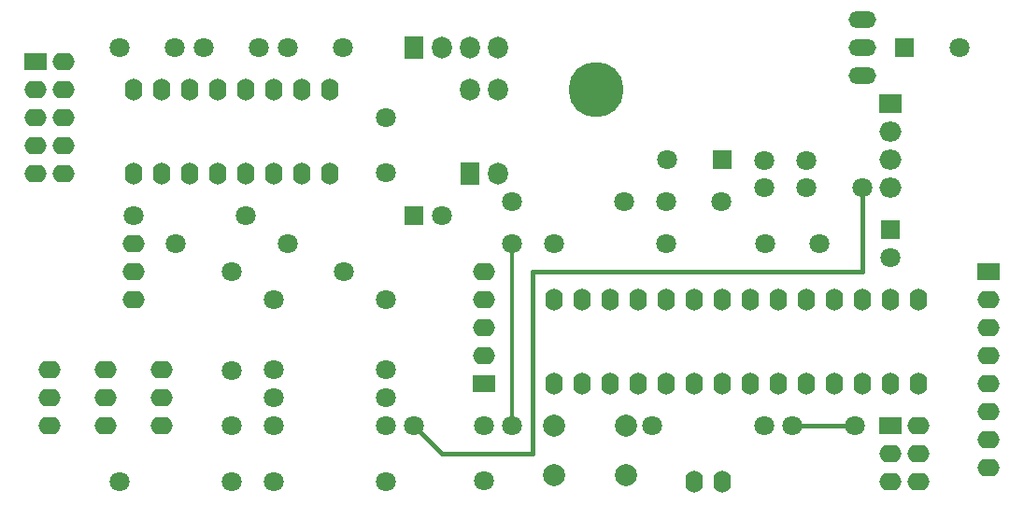
<source format=gbr>
G04 #@! TF.FileFunction,Copper,L1,Top,Signal*
%FSLAX46Y46*%
G04 Gerber Fmt 4.6, Leading zero omitted, Abs format (unit mm)*
G04 Created by KiCad (PCBNEW 4.0.2-stable) date 04.05.2016 19:31:06*
%MOMM*%
G01*
G04 APERTURE LIST*
%ADD10C,0.100000*%
%ADD11R,2.000000X1.600000*%
%ADD12O,2.000000X1.600000*%
%ADD13C,1.800000*%
%ADD14R,1.800000X1.800000*%
%ADD15O,1.600000X2.000000*%
%ADD16O,2.499360X1.501140*%
%ADD17R,1.800000X2.000000*%
%ADD18O,1.800000X2.000000*%
%ADD19C,5.000000*%
%ADD20R,2.000000X1.800000*%
%ADD21O,2.000000X1.800000*%
%ADD22C,2.000000*%
%ADD23C,0.400000*%
%ADD24C,0.300000*%
G04 APERTURE END LIST*
D10*
D11*
X152400000Y-53340000D03*
D12*
X152400000Y-55880000D03*
X152400000Y-58420000D03*
X152400000Y-60960000D03*
X152400000Y-63500000D03*
X152400000Y-66040000D03*
X152400000Y-68580000D03*
X152400000Y-71120000D03*
D13*
X78740000Y-50800000D03*
X88900000Y-50800000D03*
X109220000Y-50800000D03*
X132080000Y-67310000D03*
X121920000Y-67310000D03*
D14*
X143510000Y-49530000D03*
D13*
X143510000Y-52030000D03*
D14*
X100330000Y-48260000D03*
D13*
X102870000Y-48260000D03*
X134620000Y-67310000D03*
X140970000Y-45720000D03*
X100330000Y-67310000D03*
X140335000Y-67310000D03*
X137060940Y-50800000D03*
X132179060Y-50800000D03*
D15*
X113030000Y-63500000D03*
X115570000Y-63500000D03*
X118110000Y-63500000D03*
X120650000Y-63500000D03*
X123190000Y-63500000D03*
X125730000Y-63500000D03*
X128270000Y-63500000D03*
X130810000Y-63500000D03*
X133350000Y-63500000D03*
X135890000Y-63500000D03*
X138430000Y-63500000D03*
X140970000Y-63500000D03*
X143510000Y-63500000D03*
X146050000Y-63500000D03*
X146050000Y-55880000D03*
X143510000Y-55880000D03*
X140970000Y-55880000D03*
X138430000Y-55880000D03*
X135890000Y-55880000D03*
X133350000Y-55880000D03*
X130810000Y-55880000D03*
X128270000Y-55880000D03*
X125730000Y-55880000D03*
X123190000Y-55880000D03*
X120650000Y-55880000D03*
X118110000Y-55880000D03*
X115570000Y-55880000D03*
X113030000Y-55880000D03*
D16*
X140970000Y-33020000D03*
X140970000Y-35560000D03*
X140970000Y-30480000D03*
D13*
X135890000Y-45720000D03*
X135890000Y-43220000D03*
D14*
X128270000Y-43180000D03*
D13*
X123270000Y-43180000D03*
D14*
X144780000Y-33020000D03*
D13*
X149780000Y-33020000D03*
X132080000Y-45720000D03*
X132080000Y-43220000D03*
X88900000Y-33020000D03*
X93900000Y-33020000D03*
X81280000Y-33020000D03*
X86280000Y-33020000D03*
X106680000Y-67310000D03*
X106680000Y-72310000D03*
X83820000Y-67310000D03*
X83820000Y-62310000D03*
X97790000Y-39370000D03*
X97790000Y-44370000D03*
X73660000Y-33020000D03*
X78660000Y-33020000D03*
X109220000Y-46990000D03*
X119380000Y-46990000D03*
X83820000Y-53340000D03*
X93980000Y-53340000D03*
X87630000Y-55880000D03*
X97790000Y-55880000D03*
X97790000Y-62230000D03*
X87630000Y-62230000D03*
X87630000Y-72390000D03*
X97790000Y-72390000D03*
X73660000Y-72390000D03*
X83820000Y-72390000D03*
X87630000Y-64770000D03*
X97790000Y-64770000D03*
X97790000Y-67310000D03*
X87630000Y-67310000D03*
D17*
X105410000Y-44450000D03*
D18*
X107950000Y-44450000D03*
X107950000Y-36830000D03*
X105410000Y-36830000D03*
D15*
X92710000Y-36830000D03*
X90170000Y-36830000D03*
X87630000Y-36830000D03*
X85090000Y-36830000D03*
X82550000Y-36830000D03*
X80010000Y-36830000D03*
X77470000Y-36830000D03*
X74930000Y-36830000D03*
X74930000Y-44450000D03*
X77470000Y-44450000D03*
X80010000Y-44450000D03*
X82550000Y-44450000D03*
X85090000Y-44450000D03*
X87630000Y-44450000D03*
X90170000Y-44450000D03*
X92710000Y-44450000D03*
D13*
X113030000Y-50800000D03*
X123190000Y-50800000D03*
D19*
X116840000Y-36830000D03*
D13*
X109220000Y-67310000D03*
D20*
X143510000Y-38100000D03*
D21*
X143510000Y-40640000D03*
X143510000Y-43180000D03*
X143510000Y-45720000D03*
D11*
X143510000Y-67310000D03*
D12*
X146050000Y-67310000D03*
X143510000Y-69850000D03*
X146050000Y-69850000D03*
X143510000Y-72390000D03*
X146050000Y-72390000D03*
D15*
X128270000Y-72390000D03*
X125730000Y-72390000D03*
D11*
X106680000Y-63500000D03*
D12*
X106680000Y-60960000D03*
X106680000Y-58420000D03*
X106680000Y-55880000D03*
X106680000Y-53340000D03*
D11*
X66040000Y-34290000D03*
D12*
X68580000Y-34290000D03*
X66040000Y-36830000D03*
X68580000Y-36830000D03*
X66040000Y-39370000D03*
X68580000Y-39370000D03*
X66040000Y-41910000D03*
X68580000Y-41910000D03*
X66040000Y-44450000D03*
X68580000Y-44450000D03*
D22*
X113030000Y-67310000D03*
X119530000Y-67310000D03*
X119530000Y-71810000D03*
X113030000Y-71810000D03*
D12*
X67310000Y-64770000D03*
X67310000Y-67310000D03*
X67310000Y-62230000D03*
X72390000Y-64770000D03*
X72390000Y-62230000D03*
X72390000Y-67310000D03*
X77470000Y-64770000D03*
X77470000Y-62230000D03*
X77470000Y-67310000D03*
D17*
X100330000Y-33020000D03*
D18*
X102870000Y-33020000D03*
X105410000Y-33020000D03*
X107950000Y-33020000D03*
D12*
X74930000Y-53340000D03*
X74930000Y-55880000D03*
X74930000Y-50800000D03*
D13*
X74930000Y-48260000D03*
X85090000Y-48260000D03*
X123190000Y-46990000D03*
X128190000Y-46990000D03*
D23*
X140335000Y-67310000D02*
X134620000Y-67310000D01*
X140970000Y-45720000D02*
X140970000Y-53340000D01*
X102870000Y-69850000D02*
X100330000Y-67310000D01*
X111125000Y-69850000D02*
X102870000Y-69850000D01*
X111125000Y-53340000D02*
X111125000Y-69850000D01*
X140970000Y-53340000D02*
X111125000Y-53340000D01*
D24*
X109220000Y-50800000D02*
X109220000Y-67310000D01*
M02*

</source>
